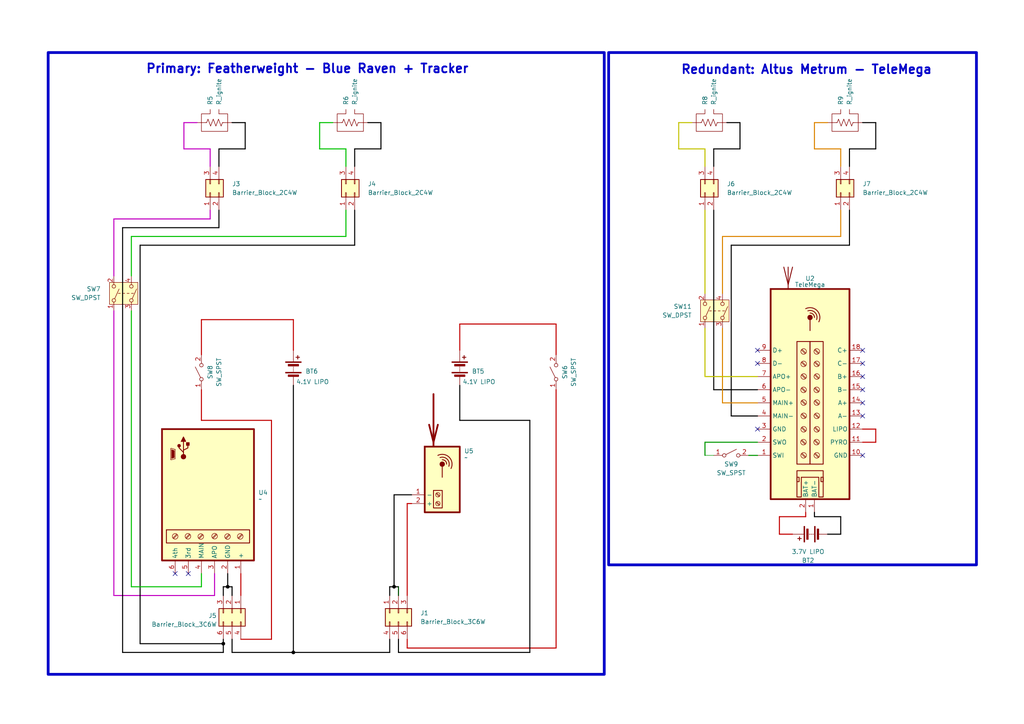
<source format=kicad_sch>
(kicad_sch (version 20250114) (generator "eeschema") (generator_version "9.0")
  (paper "A4")
  (title_block (title "Hyperion2 Avionics Bay Wiring") (date "2025-04-23") (rev "2") (company "WE Rocketry"))
  (lib_symbols
    (symbol "Connector_Generic:Conn_02x02_Top_Bottom" (pin_names (offset 1.016) (hide yes))
      (property "Reference" "J" (at 1.27 2.54 0))
      (property "Value" "Conn_02x02_Top_Bottom" (at 1.27 -5.08 0))
      (symbol "Conn_02x02_Top_Bottom_1_1"
        (rectangle (start -1.27 1.27) (end 3.81 -3.81) (stroke (width 0.254)) (fill (type background)))
        (rectangle (start -1.27 0.127) (end 0 -0.127) (stroke (width 0.1524)))
        (rectangle (start -1.27 -2.413) (end 0 -2.667) (stroke (width 0.1524)))
        (rectangle (start 3.81 0.127) (end 2.54 -0.127) (stroke (width 0.1524)))
        (rectangle (start 3.81 -2.413) (end 2.54 -2.667) (stroke (width 0.1524)))
        (pin passive line (at -5.08 0 0) (length 3.81) (name "Pin_1") (number "1"))
        (pin passive line (at -5.08 -2.54 0) (length 3.81) (name "Pin_2") (number "2"))
        (pin passive line (at 7.62 0 180) (length 3.81) (name "Pin_3") (number "3"))
        (pin passive line (at 7.62 -2.54 180) (length 3.81) (name "Pin_4") (number "4"))
      )
    )
    (symbol "Connector_Generic:Conn_02x03_Top_Bottom" (pin_names (offset 1.016) (hide yes))
      (property "Reference" "J" (at 1.27 5.08 0))
      (property "Value" "Conn_02x03_Top_Bottom" (at 1.27 -5.08 0))
      (symbol "Conn_02x03_Top_Bottom_1_1"
        (rectangle (start -1.27 3.81) (end 3.81 -3.81) (stroke (width 0.254)) (fill (type background)))
        (rectangle (start -1.27 2.667) (end 0 2.413) (stroke (width 0.1524)))
        (rectangle (start -1.27 0.127) (end 0 -0.127) (stroke (width 0.1524)))
        (rectangle (start -1.27 -2.413) (end 0 -2.667) (stroke (width 0.1524)))
        (rectangle (start 3.81 2.667) (end 2.54 2.413) (stroke (width 0.1524)))
        (rectangle (start 3.81 0.127) (end 2.54 -0.127) (stroke (width 0.1524)))
        (rectangle (start 3.81 -2.413) (end 2.54 -2.667) (stroke (width 0.1524)))
        (pin passive line (at -5.08 2.54 0) (length 3.81) (name "Pin_1") (number "1"))
        (pin passive line (at -5.08 0 0) (length 3.81) (name "Pin_2") (number "2"))
        (pin passive line (at -5.08 -2.54 0) (length 3.81) (name "Pin_3") (number "3"))
        (pin passive line (at 7.62 2.54 180) (length 3.81) (name "Pin_4") (number "4"))
        (pin passive line (at 7.62 0 180) (length 3.81) (name "Pin_5") (number "5"))
        (pin passive line (at 7.62 -2.54 180) (length 3.81) (name "Pin_6") (number "6"))
      )
    )
    (symbol "Device:Battery" (pin_numbers (hide yes)) (pin_names (offset 0) (hide yes))
      (property "Reference" "BT" (at 2.54 2.54 0))
      (property "Value" "Battery" (at 2.54 0 0))
      (symbol "Battery_0_1"
        (rectangle (start -2.286 1.778) (end 2.286 1.524) (fill (type outline)))
        (rectangle (start -2.286 -1.27) (end 2.286 -1.524) (fill (type outline)))
        (rectangle (start -1.524 1.016) (end 1.524 0.508) (fill (type outline)))
        (rectangle (start -1.524 -2.032) (end 1.524 -2.54) (fill (type outline)))
        (polyline (pts (xy 0 1.778) (xy 0 2.54)))
        (polyline (pts (xy 0 0) (xy 0 0.254)))
        (polyline (pts (xy 0 -0.508) (xy 0 -0.254)))
        (polyline (pts (xy 0 -1.016) (xy 0 -0.762)))
        (polyline (pts (xy 0.762 3.048) (xy 1.778 3.048)) (stroke (width 0.254)))
        (polyline (pts (xy 1.27 3.556) (xy 1.27 2.54)) (stroke (width 0.254)))
      )
      (symbol "Battery_1_1"
        (pin passive line (at 0 5.08 270) (length 2.54) (name "+") (number "1"))
        (pin passive line (at 0 -5.08 90) (length 2.54) (name "-") (number "2"))
      )
    )
    (symbol "Switch:SW_DPST" (pin_names (offset 0) (hide yes))
      (property "Reference" "SW" (at 0 6.35 0))
      (property "Value" "SW_DPST" (at 0 -5.08 0))
      (symbol "SW_DPST_0_0"
        (circle (center -2.032 2.54) (radius 0.508))
        (circle (center -2.032 -2.54) (radius 0.508))
        (polyline (pts (xy -1.524 2.794) (xy 1.27 4.064)))
        (polyline (pts (xy -1.524 -2.286) (xy 1.27 -1.016)))
        (polyline (pts (xy 0 2.54) (xy 0 3.175)))
        (polyline (pts (xy 0 1.27) (xy 0 1.905)))
        (polyline (pts (xy 0 0) (xy 0 0.635)))
        (polyline (pts (xy 0 -1.27) (xy 0 -0.635)))
        (circle (center 2.032 2.54) (radius 0.508))
        (circle (center 2.032 -2.54) (radius 0.508))
      )
      (symbol "SW_DPST_1_1"
        (rectangle (start -3.175 4.445) (end 3.175 -3.81) (fill (type background)))
        (pin passive line (at -5.08 2.54 0) (length 2.54) (name "3") (number "3"))
        (pin passive line (at -5.08 -2.54 0) (length 2.54) (name "1") (number "1"))
        (pin passive line (at 5.08 2.54 180) (length 2.54) (name "4") (number "4"))
        (pin passive line (at 5.08 -2.54 180) (length 2.54) (name "2") (number "2"))
      )
    )
    (symbol "Switch:SW_SPST" (pin_names (offset 0) (hide yes))
      (property "Reference" "SW" (at 0 3.175 0))
      (property "Value" "SW_SPST" (at 0 -2.54 0))
      (symbol "SW_SPST_0_0"
        (circle (center -2.032 0) (radius 0.508))
        (polyline (pts (xy -1.524 0.254) (xy 1.524 1.778)))
        (circle (center 2.032 0) (radius 0.508))
      )
      (symbol "SW_SPST_1_1"
        (pin passive line (at -5.08 0 0) (length 2.54) (name "A") (number "1"))
        (pin passive line (at 5.08 0 180) (length 2.54) (name "B") (number "2"))
      )
    )
    (symbol "featherweight:blue_raven"
      (property "Reference" "U" (at -2.032 15.494 0))
      (symbol "blue_raven_0_1"
        (polyline (pts (xy 11.43 11.43) (xy 11.43 11.176) (xy 11.684 10.414) (xy 11.684 10.16) (xy 14.478 10.16) (xy 14.478 10.414) (xy 14.732 11.176) (xy 14.732 11.43) (xy 11.43 11.43)))
        (polyline (pts (xy 11.811 11.176) (xy 14.351 11.176) (xy 14.097 10.414) (xy 12.065 10.414) (xy 11.811 11.176)) (fill (type outline)))
        (circle (center 12.319 7.747) (radius 0.635) (stroke (width 0.254)) (fill (type outline)))
        (polyline (pts (xy 12.954 7.747) (xy 13.589 7.747) (xy 14.859 9.017) (xy 15.494 9.017)) (stroke (width 0.254)))
        (polyline (pts (xy 13.589 7.747) (xy 14.224 7.747) (xy 14.859 6.477) (xy 16.129 6.477)) (stroke (width 0.254)))
        (polyline (pts (xy 14.224 7.747) (xy 16.764 7.747)) (stroke (width 0.254)))
        (circle (center 15.494 9.017) (radius 0.381) (stroke (width 0.254)) (fill (type outline)))
        (rectangle (start 16.383 6.858) (end 15.621 6.096) (stroke (width 0.254)) (fill (type outline)))
        (polyline (pts (xy 16.764 8.382) (xy 16.764 7.112) (xy 18.034 7.747) (xy 16.764 8.382)) (stroke (width 0.254)) (fill (type outline)))
      )
      (symbol "blue_raven_1_1"
        (rectangle (start -17.78 13.97) (end 20.32 -12.7) (stroke (width 0.508)) (fill (type background)))
        (rectangle (start -12.7 12.7) (end -8.89 -11.43) (stroke (width 0.254)) (fill (type background)))
        (circle (center -10.8364 2.7275) (radius 0.8072) (stroke (width 0.1524)))
        (circle (center -10.8364 -5.035) (radius 0.8072) (stroke (width 0.1524)))
        (circle (center -10.8032 -8.7173) (radius 0.8072) (stroke (width 0.1524)))
        (circle (center -10.7898 10.1567) (radius 0.8072) (stroke (width 0.1524)))
        (circle (center -10.77 6.4524) (radius 0.8072) (stroke (width 0.1524)))
        (circle (center -10.7364 -1.2821) (radius 0.8072) (stroke (width 0.1524)))
        (polyline (pts (xy -10.3702 2.103) (xy -11.4652 3.1631)) (stroke (width 0.1524)))
        (polyline (pts (xy -10.3702 -5.6595) (xy -11.4652 -4.5994)) (stroke (width 0.1524)))
        (polyline (pts (xy -10.337 -9.3418) (xy -11.432 -8.2817)) (stroke (width 0.1524)))
        (polyline (pts (xy -10.3236 9.5322) (xy -11.4186 10.5923)) (stroke (width 0.1524)))
        (polyline (pts (xy -10.3038 5.8279) (xy -11.3988 6.888)) (stroke (width 0.1524)))
        (polyline (pts (xy -10.2702 -1.9066) (xy -11.3652 -0.8465)) (stroke (width 0.1524)))
        (polyline (pts (xy -10.21 2.3126) (xy -11.305 3.3727)) (stroke (width 0.1524)))
        (polyline (pts (xy -10.21 -5.4499) (xy -11.305 -4.3898)) (stroke (width 0.1524)))
        (polyline (pts (xy -10.1768 -9.1322) (xy -11.2718 -8.0721)) (stroke (width 0.1524)))
        (polyline (pts (xy -10.1634 9.7418) (xy -11.2584 10.8019)) (stroke (width 0.1524)))
        (polyline (pts (xy -10.1436 6.0375) (xy -11.2386 7.0976)) (stroke (width 0.1524)))
        (polyline (pts (xy -10.11 -1.697) (xy -11.205 -0.6369)) (stroke (width 0.1524)))
        (pin power_in line (at -21.59 10.16 0) (length 3.81) (name "4th") (number "6"))
        (pin power_in line (at -21.59 6.35 0) (length 3.81) (name "3rd") (number "5"))
        (pin power_in line (at -21.59 2.54 0) (length 3.81) (name "MAIN") (number "4"))
        (pin power_in line (at -21.59 -1.27 0) (length 3.81) (name "APO") (number "3"))
        (pin power_in line (at -21.59 -5.08 0) (length 3.81) (name "GND") (number "2"))
        (pin power_in line (at -21.59 -8.89 0) (length 3.81) (name "+") (number "1"))
      )
    )
    (symbol "featherweight:tracker_gps"
      (property "Reference" "U" (at 0 13.97 0))
      (symbol "tracker_gps_0_1"
        (arc (start -1.2699 10.1601) (mid 2.0081 9.6281) (end 2.5401 6.3501) (stroke (width 0.254)))
        (circle (center 0.0001 7.6201) (radius 0.635) (stroke (width 0.254)) (fill (type outline)))
        (polyline (pts (xy 0.0001 6.9851) (xy 0.0001 3.8101)) (stroke (width 0.254)))
        (arc (start -0.6349 9.5251) (mid 1.4386 9.0586) (end 1.9051 6.9851) (stroke (width 0.254)))
        (arc (start 0.0001 8.8901) (mid 0.9109 8.5309) (end 1.2701 7.6201) (stroke (width 0.254)))
      )
      (symbol "tracker_gps_1_1"
        (rectangle (start -5.08 12.7) (end 5.08 -6.35) (stroke (width 0.508)) (fill (type background)))
        (polyline (pts (xy -2.54 27.94) (xy -2.54 12.7)) (stroke (width 0.508)))
        (polyline (pts (xy -1.27 19.05) (xy -2.54 13.97) (xy -3.81 19.05)) (stroke (width 0.508)))
        (circle (center -1.27 -1.27) (radius 0.635) (stroke (width 0.1524)))
        (circle (center -1.27 -3.81) (radius 0.635) (stroke (width 0.1524)))
        (polyline (pts (xy -0.9144 -1.778) (xy -1.778 -0.9398)) (stroke (width 0.1524)))
        (polyline (pts (xy -0.9144 -4.318) (xy -1.778 -3.4798)) (stroke (width 0.1524)))
        (polyline (pts (xy -0.7366 -1.6002) (xy -1.6002 -0.762)) (stroke (width 0.1524)))
        (polyline (pts (xy -0.7366 -4.1402) (xy -1.6002 -3.302)) (stroke (width 0.1524)))
        (rectangle (start 0 -5.08) (end -2.54 0) (stroke (width 0.254)) (fill (type background)))
        (pin power_in line (at -8.89 -1.27 0) (length 3.81) (name "-") (number "1"))
        (pin power_in line (at -8.89 -3.81 0) (length 3.81) (name "+") (number "2"))
      )
    )
    (symbol "recovery:R_Igniter" (pin_numbers (hide yes)) (pin_names (offset 0))
      (property "Reference" "R" (at 2.54 0 90))
      (property "Value" "R_ignite" (at -3.81 0 90))
      (symbol "R_Igniter_0_1"
        (polyline (pts (xy 0 2.54) (xy 0 3.81)))
        (polyline (pts (xy 0 2.286) (xy 0 2.54)))
        (polyline (pts (xy 0 2.286) (xy 1.016 1.905) (xy 0 1.524) (xy -1.016 1.143) (xy 0 0.762)))
        (polyline (pts (xy 0 0.762) (xy 1.016 0.381) (xy 0 0) (xy -1.016 -0.381) (xy 0 -0.762)))
        (polyline (pts (xy 0 -0.762) (xy 1.016 -1.143) (xy 0 -1.524) (xy -1.016 -1.905) (xy 0 -2.286)))
        (polyline (pts (xy 0 -2.286) (xy 0 -2.54)))
        (polyline (pts (xy 0 -2.54) (xy 0 -3.81)))
        (polyline (pts (xy 2.54 -1.27) (xy 3.81 -1.27)))
        (polyline (pts (xy 3.81 1.27) (xy 2.54 1.27) (xy 2.54 3.81) (xy -2.54 3.81) (xy -2.54 -3.81) (xy 2.54 -3.81) (xy 2.54 -1.27)))
      )
      (symbol "R_Igniter_1_1"
        (pin passive line (at 0 5.08 270) (length 1.27) (name "~") (number "1"))
        (pin passive line (at 0 -5.08 90) (length 1.27) (name "~") (number "2"))
      )
    )
    (symbol "telemega_1"
      (property "Reference" "U" (at -2.032 39.37 0))
      (symbol "telemega_1_0_1"
        (polyline (pts (xy -6.35 44.45) (xy -6.35 38.1)) (stroke (width 0.254)))
        (polyline (pts (xy -5.08 44.45) (xy -6.35 39.37) (xy -7.62 44.45)) (stroke (width 0.254)))
        (arc (start -1.27 32.385) (mid 2.008 31.853) (end 2.54 28.575) (stroke (width 0.254)))
        (circle (center 0 29.845) (radius 0.635) (stroke (width 0.254)) (fill (type outline)))
        (polyline (pts (xy 0 29.21) (xy 0 26.035)) (stroke (width 0.254)))
        (arc (start -0.635 31.75) (mid 1.4385 31.2835) (end 1.905 29.21) (stroke (width 0.254)))
        (arc (start 0 31.115) (mid 0.9108 30.7558) (end 1.27 29.845) (stroke (width 0.254)))
      )
      (symbol "telemega_1_1_1"
        (rectangle (start -11.43 38.1) (end 11.43 -22.86) (stroke (width 0.508)) (fill (type background)))
        (rectangle (start -3.81 22.86) (end 0 -12.7) (stroke (width 0.254)) (fill (type background)))
        (rectangle (start -3.81 -17.78) (end -3.175 -16.51) (stroke (width 0.254)))
        (polyline (pts (xy -2.54 -5.9093) (xy -1.445 -6.9694)) (stroke (width 0.1524)))
        (polyline (pts (xy -2.54 -16.51) (xy -2.54 -22.225) (xy -3.81 -22.225) (xy -3.81 -14.605) (xy 3.81 -14.605) (xy 3.81 -22.225) (xy 2.54 -22.225) (xy 2.54 -16.51) (xy -2.54 -16.51)) (stroke (width 0.254)) (fill (type background)))
        (polyline (pts (xy -2.5068 9.2604) (xy -1.4118 8.2003)) (stroke (width 0.1524)))
        (polyline (pts (xy -2.4902 -9.7359) (xy -1.3952 -10.796)) (stroke (width 0.1524)))
        (polyline (pts (xy -2.4875 20.393) (xy -1.3925 19.3329)) (stroke (width 0.1524)))
        (polyline (pts (xy -2.4875 16.7931) (xy -1.3925 15.733)) (stroke (width 0.1524)))
        (polyline (pts (xy -2.4736 5.5781) (xy -1.3786 4.518)) (stroke (width 0.1524)))
        (polyline (pts (xy -2.4736 1.7299) (xy -1.3786 0.6698)) (stroke (width 0.1524)))
        (polyline (pts (xy -2.4736 -2.1844) (xy -1.3786 -3.2445)) (stroke (width 0.1524)))
        (polyline (pts (xy -2.4665 13.1354) (xy -1.3715 12.0753)) (stroke (width 0.1524)))
        (polyline (pts (xy -2.3798 -5.6997) (xy -1.2848 -6.7598)) (stroke (width 0.1524)))
        (polyline (pts (xy -2.3466 9.47) (xy -1.2516 8.4099)) (stroke (width 0.1524)))
        (polyline (pts (xy -2.33 -9.5263) (xy -1.235 -10.5864)) (stroke (width 0.1524)))
        (polyline (pts (xy -2.3273 20.6026) (xy -1.2323 19.5425)) (stroke (width 0.1524)))
        (polyline (pts (xy -2.3273 17.0027) (xy -1.2323 15.9426)) (stroke (width 0.1524)))
        (polyline (pts (xy -2.3134 5.7877) (xy -1.2184 4.7276)) (stroke (width 0.1524)))
        (polyline (pts (xy -2.3134 1.9395) (xy -1.2184 0.8794)) (stroke (width 0.1524)))
        (polyline (pts (xy -2.3134 -1.9748) (xy -1.2184 -3.0349)) (stroke (width 0.1524)))
        (polyline (pts (xy -2.3063 13.345) (xy -1.2113 12.2849)) (stroke (width 0.1524)))
        (circle (center -1.9136 -6.3242) (radius 0.8072) (stroke (width 0.1524)))
        (circle (center -1.8804 8.8455) (radius 0.8072) (stroke (width 0.1524)))
        (circle (center -1.8638 -10.1508) (radius 0.8072) (stroke (width 0.1524)))
        (circle (center -1.8611 19.9781) (radius 0.8072) (stroke (width 0.1524)))
        (circle (center -1.8611 16.3782) (radius 0.8072) (stroke (width 0.1524)))
        (circle (center -1.8472 5.1632) (radius 0.8072) (stroke (width 0.1524)))
        (circle (center -1.8472 1.315) (radius 0.8072) (stroke (width 0.1524)))
        (circle (center -1.8472 -2.5993) (radius 0.8072) (stroke (width 0.1524)))
        (circle (center -1.8401 12.7205) (radius 0.8072) (stroke (width 0.1524)))
        (rectangle (start 0 22.86) (end 3.81 -12.7) (stroke (width 0.254)) (fill (type background)))
        (polyline (pts (xy 1.27 -5.9093) (xy 2.365 -6.9694)) (stroke (width 0.1524)))
        (polyline (pts (xy 1.3032 9.2604) (xy 2.3982 8.2003)) (stroke (width 0.1524)))
        (polyline (pts (xy 1.3198 -9.7359) (xy 2.4148 -10.796)) (stroke (width 0.1524)))
        (polyline (pts (xy 1.3225 20.393) (xy 2.4175 19.3329)) (stroke (width 0.1524)))
        (polyline (pts (xy 1.3225 16.7931) (xy 2.4175 15.733)) (stroke (width 0.1524)))
        (polyline (pts (xy 1.3364 5.5781) (xy 2.4314 4.518)) (stroke (width 0.1524)))
        (polyline (pts (xy 1.3364 1.7299) (xy 2.4314 0.6698)) (stroke (width 0.1524)))
        (polyline (pts (xy 1.3364 -2.1844) (xy 2.4314 -3.2445)) (stroke (width 0.1524)))
        (polyline (pts (xy 1.3435 13.1354) (xy 2.4385 12.0753)) (stroke (width 0.1524)))
        (polyline (pts (xy 1.4302 -5.6997) (xy 2.5252 -6.7598)) (stroke (width 0.1524)))
        (polyline (pts (xy 1.4634 9.47) (xy 2.5584 8.4099)) (stroke (width 0.1524)))
        (polyline (pts (xy 1.48 -9.5263) (xy 2.575 -10.5864)) (stroke (width 0.1524)))
        (polyline (pts (xy 1.4827 20.6026) (xy 2.5777 19.5425)) (stroke (width 0.1524)))
        (polyline (pts (xy 1.4827 17.0027) (xy 2.5777 15.9426)) (stroke (width 0.1524)))
        (polyline (pts (xy 1.4966 5.7877) (xy 2.5916 4.7276)) (stroke (width 0.1524)))
        (polyline (pts (xy 1.4966 1.9395) (xy 2.5916 0.8794)) (stroke (width 0.1524)))
        (polyline (pts (xy 1.4966 -1.9748) (xy 2.5916 -3.0349)) (stroke (width 0.1524)))
        (polyline (pts (xy 1.5037 13.345) (xy 2.5987 12.2849)) (stroke (width 0.1524)))
        (circle (center 1.8964 -6.3242) (radius 0.8072) (stroke (width 0.1524)))
        (circle (center 1.9296 8.8455) (radius 0.8072) (stroke (width 0.1524)))
        (circle (center 1.9462 -10.1508) (radius 0.8072) (stroke (width 0.1524)))
        (circle (center 1.9489 19.9781) (radius 0.8072) (stroke (width 0.1524)))
        (circle (center 1.9489 16.3782) (radius 0.8072) (stroke (width 0.1524)))
        (circle (center 1.9628 5.1632) (radius 0.8072) (stroke (width 0.1524)))
        (circle (center 1.9628 1.315) (radius 0.8072) (stroke (width 0.1524)))
        (circle (center 1.9628 -2.5993) (radius 0.8072) (stroke (width 0.1524)))
        (circle (center 1.9699 12.7205) (radius 0.8072) (stroke (width 0.1524)))
        (rectangle (start 3.175 -17.78) (end 3.81 -16.51) (stroke (width 0.254)))
        (pin power_out line (at -15.24 20.32 0) (length 3.81) (name "D+") (number "9"))
        (pin power_in line (at -15.24 16.51 0) (length 3.81) (name "D-") (number "8"))
        (pin power_out line (at -15.24 12.7 0) (length 3.81) (name "APO+") (number "7"))
        (pin power_in line (at -15.24 8.89 0) (length 3.81) (name "APO-") (number "6"))
        (pin power_in line (at -15.24 5.08 0) (length 3.81) (name "MAIN+") (number "5"))
        (pin power_out line (at -15.24 1.27 0) (length 3.81) (name "MAIN-") (number "4"))
        (pin power_in line (at -15.24 -2.54 0) (length 3.81) (name "GND") (number "3"))
        (pin input line (at -15.24 -6.35 0) (length 3.81) (name "SWO") (number "2"))
        (pin output line (at -15.24 -10.16 0) (length 3.81) (name "SWI") (number "1"))
        (pin power_in line (at -1.27 -26.67 90) (length 3.81) (name "BAT+") (number "2"))
        (pin power_in line (at 1.27 -26.67 90) (length 3.81) (name "BAT-") (number "1"))
        (pin power_out line (at 15.24 20.32 180) (length 3.81) (name "C+") (number "18"))
        (pin power_in line (at 15.24 16.51 180) (length 3.81) (name "C-") (number "17"))
        (pin power_out line (at 15.24 12.7 180) (length 3.81) (name "B+") (number "16"))
        (pin power_in line (at 15.24 8.89 180) (length 3.81) (name "B-") (number "15"))
        (pin power_out line (at 15.24 5.08 180) (length 3.81) (name "A+") (number "14"))
        (pin power_in line (at 15.24 1.27 180) (length 3.81) (name "A-") (number "13"))
        (pin power_out line (at 15.24 -2.54 180) (length 3.81) (name "LIPO") (number "12"))
        (pin power_in line (at 15.24 -6.35 180) (length 3.81) (name "PYRO") (number "11"))
        (pin power_in line (at 15.24 -10.16 180) (length 3.81) (name "GND") (number "10"))
      )
    )
  )
  (rectangle (start 13.97 15.24) (end 175.26 195.58) (stroke (width 0.8)))
  (rectangle (start 176.53 15.24) (end 283.21 163.83) (stroke (width 0.8)))
  (text "Primary: Featherweight - Blue Raven + Tracker" (at 89.154 20.066 0) (effects (font (size 2.54 2.54) (thickness 0.508) (bold yes))))
  (text "Redundant: Altus Metrum - TeleMega" (at 233.934 20.32 0) (effects (font (size 2.54 2.54) (thickness 0.508) (bold yes))))
  (junction (at 64.77 186.69) (color 0 0 0 1))
  (junction (at 66.04 170.18) (color 0 0 0 1))
  (junction (at 114.3 170.18) (color 0 0 0 1))
  (junction (at 85.09 189.23) (color 0 0 0 1))
  (no_connect (at 219.71 105.41))
  (no_connect (at 250.19 132.08))
  (no_connect (at 250.19 105.41))
  (no_connect (at 219.71 124.46))
  (no_connect (at 50.8 166.37))
  (no_connect (at 250.19 101.6))
  (no_connect (at 250.19 109.22))
  (no_connect (at 219.71 101.6))
  (no_connect (at 250.19 113.03))
  (no_connect (at 250.19 116.84))
  (no_connect (at 54.61 166.37))
  (no_connect (at 250.19 120.65))
  (wire (pts (xy 58.42 121.92) (xy 58.42 113.03)) (stroke (width 0.3) (color 194 0 0 1)))
  (wire (pts (xy 64.77 170.18) (xy 64.77 172.72)) (stroke (width 0.3) (color 0 0 0 1)))
  (wire (pts (xy 204.47 43.18) (xy 204.47 48.26)) (stroke (width 0.3) (color 194 194 0 1)))
  (wire (pts (xy 243.84 154.94) (xy 240.03 154.94)) (stroke (width 0.3) (color 0 0 0 1)))
  (wire (pts (xy 204.47 109.22) (xy 219.71 109.22)) (stroke (width 0.3) (color 194 194 0 1)))
  (wire (pts (xy 60.96 63.5) (xy 60.96 60.96)) (stroke (width 0.3) (color 194 0 194 1)))
  (wire (pts (xy 204.47 109.22) (xy 204.47 95.25)) (stroke (width 0.3) (color 194 194 0 1)))
  (wire (pts (xy 133.35 93.98) (xy 161.29 93.98)) (stroke (width 0.3) (color 194 0 0 1)))
  (wire (pts (xy 67.31 170.18) (xy 67.31 172.72)) (stroke (width 0.3) (color 0 0 0 1)))
  (wire (pts (xy 204.47 132.08) (xy 207.01 132.08)))
  (wire (pts (xy 226.06 149.86) (xy 233.68 149.86)) (stroke (width 0.3) (color 194 0 0 1)))
  (wire (pts (xy 212.09 71.12) (xy 246.38 71.12)) (stroke (width 0.3) (color 0 0 0 1)))
  (wire (pts (xy 78.74 185.42) (xy 69.85 185.42)) (stroke (width 0.3) (color 194 0 0 1)))
  (wire (pts (xy 58.42 170.18) (xy 38.1 170.18)) (stroke (width 0.3) (color 0 194 0 1)))
  (wire (pts (xy 217.17 132.08) (xy 219.71 132.08)) (stroke (width 0.3)))
  (wire (pts (xy 243.84 43.18) (xy 236.22 43.18)) (stroke (width 0.3) (color 221 133 0 1)))
  (wire (pts (xy 100.33 43.18) (xy 92.71 43.18)) (stroke (width 0.3) (color 0 194 0 1)))
  (wire (pts (xy 236.22 148.59) (xy 236.22 149.86)) (stroke (width 0.3) (color 0 0 0 1)))
  (wire (pts (xy 110.49 43.18) (xy 102.87 43.18)) (stroke (width 0.3) (color 0 0 0 1)))
  (wire (pts (xy 254 35.56) (xy 250.19 35.56)) (stroke (width 0.3) (color 0 0 0 1)))
  (wire (pts (xy 85.09 92.71) (xy 58.42 92.71)) (stroke (width 0.3) (color 194 0 0 1)))
  (wire (pts (xy 209.55 116.84) (xy 209.55 95.25)) (stroke (width 0.3) (color 221 133 0 1)))
  (wire (pts (xy 53.34 35.56) (xy 57.15 35.56)) (stroke (width 0.3) (color 194 0 194 1)))
  (wire (pts (xy 113.03 189.23) (xy 85.09 189.23)) (stroke (width 0.3) (color 0 0 0 1)))
  (wire (pts (xy 153.67 189.23) (xy 115.57 189.23)) (stroke (width 0.3) (color 0 0 0 1)))
  (wire (pts (xy 110.49 35.56) (xy 106.68 35.56)) (stroke (width 0.3) (color 0 0 0 1)))
  (wire (pts (xy 63.5 43.18) (xy 63.5 48.26)) (stroke (width 0.3) (color 0 0 0 1)))
  (wire (pts (xy 114.3 170.18) (xy 114.3 143.51)) (stroke (width 0.3) (color 0 0 0 1)))
  (wire (pts (xy 161.29 93.98) (xy 161.29 102.87)) (stroke (width 0.3) (color 194 0 0 1)))
  (wire (pts (xy 71.12 43.18) (xy 71.12 35.56)) (stroke (width 0.3) (color 0 0 0 1)))
  (wire (pts (xy 38.1 80.01) (xy 38.1 68.58)) (stroke (width 0.3) (color 0 194 0 1)))
  (wire (pts (xy 161.29 113.03) (xy 161.29 187.96)) (stroke (width 0.3) (color 194 0 0 1)))
  (wire (pts (xy 133.35 121.92) (xy 153.67 121.92)) (stroke (width 0.3) (color 0 0 0 1)))
  (wire (pts (xy 85.09 111.76) (xy 85.09 189.23)) (stroke (width 0.3) (color 0 0 0 1)))
  (wire (pts (xy 207.01 43.18) (xy 207.01 48.26)) (stroke (width 0.3) (color 0 0 0 1)))
  (wire (pts (xy 243.84 149.86) (xy 243.84 154.94)) (stroke (width 0.3) (color 0 0 0 1)))
  (wire (pts (xy 114.3 143.51) (xy 119.38 143.51)) (stroke (width 0.3) (color 0 0 0 1)))
  (wire (pts (xy 64.77 170.18) (xy 66.04 170.18)) (stroke (width 0.3) (color 0 0 0 1)))
  (wire (pts (xy 33.02 63.5) (xy 60.96 63.5)) (stroke (width 0.3) (color 194 0 194 1)))
  (wire (pts (xy 214.63 43.18) (xy 214.63 35.56)) (stroke (width 0.3) (color 0 0 0 1)))
  (wire (pts (xy 118.11 146.05) (xy 118.11 172.72)) (stroke (width 0.3) (color 194 0 0 1)))
  (wire (pts (xy 214.63 43.18) (xy 207.01 43.18)) (stroke (width 0.3) (color 0 0 0 1)))
  (wire (pts (xy 38.1 68.58) (xy 100.33 68.58)) (stroke (width 0.3) (color 0 194 0 1)))
  (wire (pts (xy 38.1 170.18) (xy 38.1 90.17)) (stroke (width 0.3) (color 0 194 0 1)))
  (wire (pts (xy 254 124.46) (xy 250.19 124.46)) (stroke (width 0.3) (color 194 0 0 1)))
  (wire (pts (xy 113.03 170.18) (xy 113.03 172.72)) (stroke (width 0.3) (color 0 0 0 1)))
  (wire (pts (xy 212.09 120.65) (xy 212.09 71.12)) (stroke (width 0.3) (color 0 0 0 1)))
  (wire (pts (xy 40.64 71.12) (xy 102.87 71.12)) (stroke (width 0.3) (color 0 0 0 1)))
  (wire (pts (xy 118.11 146.05) (xy 119.38 146.05)) (stroke (width 0.3) (color 194 0 0 1)))
  (wire (pts (xy 62.23 172.72) (xy 33.02 172.72)) (stroke (width 0.3) (color 194 0 194 1)))
  (wire (pts (xy 209.55 85.09) (xy 209.55 68.58)) (stroke (width 0.3) (color 221 133 0 1)))
  (wire (pts (xy 67.31 189.23) (xy 67.31 185.42)) (stroke (width 0.3) (color 0 0 0 1)))
  (wire (pts (xy 92.71 35.56) (xy 96.52 35.56)) (stroke (width 0.3) (color 0 194 0 1)))
  (wire (pts (xy 114.3 170.18) (xy 115.57 170.18)) (stroke (width 0.3) (color 0 0 0 1)))
  (wire (pts (xy 226.06 154.94) (xy 226.06 149.86)) (stroke (width 0.3) (color 194 0 0 1)))
  (wire (pts (xy 254 43.18) (xy 254 35.56)) (stroke (width 0.3) (color 0 0 0 1)))
  (wire (pts (xy 67.31 189.23) (xy 85.09 189.23)) (stroke (width 0.3) (color 0 0 0 1)))
  (wire (pts (xy 100.33 60.96) (xy 100.33 68.58)) (stroke (width 0.3) (color 0 194 0 1)))
  (wire (pts (xy 233.68 149.86) (xy 233.68 148.59)) (stroke (width 0.3) (color 194 0 0 1)))
  (wire (pts (xy 78.74 121.92) (xy 78.74 185.42)) (stroke (width 0.3) (color 194 0 0 1)))
  (wire (pts (xy 196.85 35.56) (xy 200.66 35.56)) (stroke (width 0.3) (color 194 194 0 1)))
  (wire (pts (xy 209.55 116.84) (xy 219.71 116.84)) (stroke (width 0.3) (color 221 133 0 1)))
  (wire (pts (xy 64.77 189.23) (xy 35.56 189.23)) (stroke (width 0.3) (color 0 0 0 1)))
  (wire (pts (xy 58.42 92.71) (xy 58.42 102.87)) (stroke (width 0.3) (color 194 0 0 1)))
  (wire (pts (xy 204.47 43.18) (xy 196.85 43.18)) (stroke (width 0.3) (color 194 194 0 1)))
  (wire (pts (xy 64.77 186.69) (xy 64.77 189.23)) (stroke (width 0.3) (color 0 0 0 1)))
  (wire (pts (xy 161.29 187.96) (xy 118.11 187.96)) (stroke (width 0.3) (color 194 0 0 1)))
  (wire (pts (xy 153.67 121.92) (xy 153.67 189.23)) (stroke (width 0.3) (color 0 0 0 1)))
  (wire (pts (xy 113.03 170.18) (xy 114.3 170.18)) (stroke (width 0.3) (color 0 0 0 1)))
  (wire (pts (xy 92.71 43.18) (xy 92.71 35.56)) (stroke (width 0.3) (color 0 194 0 1)))
  (wire (pts (xy 69.85 166.37) (xy 69.85 172.72)) (stroke (width 0.3) (color 194 0 0 1)))
  (wire (pts (xy 133.35 121.92) (xy 133.35 111.76)) (stroke (width 0.3) (color 0 0 0 1)))
  (wire (pts (xy 115.57 189.23) (xy 115.57 185.42)) (stroke (width 0.3) (color 0 0 0 1)))
  (wire (pts (xy 254 43.18) (xy 246.38 43.18)) (stroke (width 0.3) (color 0 0 0 1)))
  (wire (pts (xy 85.09 92.71) (xy 85.09 101.6)) (stroke (width 0.3) (color 194 0 0 1)))
  (wire (pts (xy 219.71 128.27) (xy 204.47 128.27)) (stroke (width 0.3)))
  (wire (pts (xy 236.22 43.18) (xy 236.22 35.56)) (stroke (width 0.3) (color 221 133 0 1)))
  (wire (pts (xy 62.23 166.37) (xy 62.23 172.72)) (stroke (width 0.3) (color 194 0 194 1)))
  (wire (pts (xy 40.64 186.69) (xy 64.77 186.69)) (stroke (width 0.3) (color 0 0 0 1)))
  (wire (pts (xy 60.96 43.18) (xy 60.96 48.26)) (stroke (width 0.3) (color 194 0 194 1)))
  (wire (pts (xy 207.01 113.03) (xy 219.71 113.03)) (stroke (width 0.3) (color 0 0 0 1)))
  (wire (pts (xy 250.19 128.27) (xy 254 128.27)) (stroke (width 0.3) (color 194 0 0 1)))
  (wire (pts (xy 71.12 35.56) (xy 67.31 35.56)) (stroke (width 0.3) (color 0 0 0 1)))
  (wire (pts (xy 243.84 43.18) (xy 243.84 48.26)) (stroke (width 0.3) (color 221 133 0 1)))
  (wire (pts (xy 246.38 43.18) (xy 246.38 48.26)) (stroke (width 0.3) (color 0 0 0 1)))
  (wire (pts (xy 115.57 170.18) (xy 115.57 172.72)) (stroke (width 0.3) (color 0 0 0 1)))
  (wire (pts (xy 229.87 154.94) (xy 226.06 154.94)) (stroke (width 0.3) (color 194 0 0 1)))
  (wire (pts (xy 209.55 68.58) (xy 243.84 68.58)) (stroke (width 0.3) (color 221 133 0 1)))
  (wire (pts (xy 115.57 170.18) (xy 115.57 172.72)))
  (wire (pts (xy 118.11 187.96) (xy 118.11 185.42)) (stroke (width 0.3) (color 194 0 0 1)))
  (wire (pts (xy 58.42 166.37) (xy 58.42 170.18)) (stroke (width 0.3) (color 0 194 0 1)))
  (wire (pts (xy 212.09 120.65) (xy 219.71 120.65)) (stroke (width 0.3) (color 0 0 0 1)))
  (wire (pts (xy 33.02 80.01) (xy 33.02 63.5)) (stroke (width 0.3) (color 194 0 194 1)))
  (wire (pts (xy 71.12 43.18) (xy 63.5 43.18)) (stroke (width 0.3) (color 0 0 0 1)))
  (wire (pts (xy 246.38 71.12) (xy 246.38 60.96)) (stroke (width 0.3) (color 0 0 0 1)))
  (wire (pts (xy 204.47 60.96) (xy 204.47 85.09)) (stroke (width 0.3) (color 194 194 0 1)))
  (wire (pts (xy 35.56 66.04) (xy 63.5 66.04)) (stroke (width 0.3) (color 0 0 0 1)))
  (wire (pts (xy 33.02 172.72) (xy 33.02 90.17)) (stroke (width 0.3) (color 194 0 194 1)))
  (wire (pts (xy 64.77 185.42) (xy 64.77 186.69)) (stroke (width 0.3) (color 0 0 0 1)))
  (wire (pts (xy 100.33 43.18) (xy 100.33 48.26)) (stroke (width 0.3) (color 0 194 0 1)))
  (wire (pts (xy 40.64 186.69) (xy 40.64 71.12)) (stroke (width 0.3) (color 0 0 0 1)))
  (wire (pts (xy 236.22 35.56) (xy 240.03 35.56)) (stroke (width 0.3) (color 221 133 0 1)))
  (wire (pts (xy 63.5 66.04) (xy 63.5 60.96)) (stroke (width 0.3) (color 0 0 0 1)))
  (wire (pts (xy 113.03 189.23) (xy 113.03 185.42)) (stroke (width 0.3) (color 0 0 0 1)))
  (wire (pts (xy 102.87 71.12) (xy 102.87 60.96)) (stroke (width 0.3) (color 0 0 0 1)))
  (wire (pts (xy 214.63 35.56) (xy 210.82 35.56)) (stroke (width 0.3) (color 0 0 0 1)))
  (wire (pts (xy 196.85 43.18) (xy 196.85 35.56)) (stroke (width 0.3) (color 194 194 0 1)))
  (wire (pts (xy 236.22 149.86) (xy 243.84 149.86)) (stroke (width 0.3) (color 0 0 0 1)))
  (wire (pts (xy 78.74 121.92) (xy 58.42 121.92)) (stroke (width 0.3) (color 194 0 0 1)))
  (wire (pts (xy 60.96 43.18) (xy 53.34 43.18)) (stroke (width 0.3) (color 194 0 194 1)))
  (wire (pts (xy 207.01 60.96) (xy 207.01 113.03)) (stroke (width 0.3) (color 0 0 0 1)))
  (wire (pts (xy 133.35 93.98) (xy 133.35 101.6)) (stroke (width 0.3) (color 194 0 0 1)))
  (wire (pts (xy 53.34 43.18) (xy 53.34 35.56)) (stroke (width 0.3) (color 194 0 194 1)))
  (wire (pts (xy 204.47 128.27) (xy 204.47 132.08)) (stroke (width 0.3)))
  (wire (pts (xy 35.56 189.23) (xy 35.56 66.04)) (stroke (width 0.3) (color 0 0 0 1)))
  (wire (pts (xy 254 128.27) (xy 254 124.46)) (stroke (width 0.3) (color 194 0 0 1)))
  (wire (pts (xy 110.49 43.18) (xy 110.49 35.56)) (stroke (width 0.3) (color 0 0 0 1)))
  (wire (pts (xy 102.87 43.18) (xy 102.87 48.26)) (stroke (width 0.3) (color 0 0 0 1)))
  (wire (pts (xy 243.84 60.96) (xy 243.84 68.58)) (stroke (width 0.3) (color 221 133 0 1)))
  (wire (pts (xy 66.04 170.18) (xy 67.31 170.18)) (stroke (width 0.3) (color 0 0 0 1)))
  (wire (pts (xy 66.04 170.18) (xy 66.04 166.37)) (stroke (width 0.3) (color 0 0 0 1)))
  (symbol (lib_id "Device:Battery") (at 133.35 106.68 0) (unit 1)
    (property "Reference" "BT5" (at 138.684 107.696 0))
    (property "Value" "4.1V LIPO" (at 138.938 110.744 0))
    (property "Description" "Multiple-cell battery" (effects (hide yes)))
  )
  (symbol (lib_id "Switch:SW_DPST") (at 35.56 85.09 270) (mirror x) (unit 1)
    (property "Reference" "SW7" (at 29.21 83.8199 90) (effects (justify right)))
    (property "Value" "SW_DPST" (at 29.21 86.3599 90) (effects (justify right)))
    (property "Description" "Double Pole Single Throw (DPST) Switch" (effects (hide yes)))
  )
  (symbol (lib_id "Connector_Generic:Conn_02x02_Top_Bottom") (at 100.33 55.88 90) (unit 1)
    (property "Reference" "J4" (at 106.68 53.3399 90) (effects (justify right)))
    (property "Value" "Barrier_Block_2C4W" (at 106.68 55.8799 90) (effects (justify right)))
    (property "Description" "Generic connector, double row, 02x02, top/bottom pin numbering scheme (row 1: 1...pins_per_row, row2: pins_per_row+1 ... num_pins), script generated (kicad-library-utils/schlib/autogen/connector/)" (effects (hide yes)))
  )
  (symbol (lib_id "Switch:SW_SPST") (at 212.09 132.08 0) (unit 1)
    (property "Reference" "SW9" (at 212.09 134.62 0))
    (property "Value" "SW_SPST" (at 212.09 137.16 0))
    (property "Description" "Single Pole Single Throw (SPST) switch" (effects (hide yes)))
  )
  (symbol (lib_id "Connector_Generic:Conn_02x02_Top_Bottom") (at 204.47 55.88 90) (unit 1)
    (property "Reference" "J6" (at 210.82 53.3399 90) (effects (justify right)))
    (property "Value" "Barrier_Block_2C4W" (at 210.82 55.8799 90) (effects (justify right)))
    (property "Description" "Generic connector, double row, 02x02, top/bottom pin numbering scheme (row 1: 1...pins_per_row, row2: pins_per_row+1 ... num_pins), script generated (kicad-library-utils/schlib/autogen/connector/)" (effects (hide yes)))
  )
  (symbol (lib_id "Connector_Generic:Conn_02x03_Top_Bottom") (at 67.31 177.8 270) (unit 1)
    (property "Reference" "J5" (at 60.452 178.562 90) (effects (justify left)))
    (property "Value" "Barrier_Block_3C6W" (at 43.942 181.102 90) (effects (justify left)))
    (property "Description" "Generic connector, double row, 02x03, top/bottom pin numbering scheme (row 1: 1...pins_per_row, row2: pins_per_row+1 ... num_pins), script generated (kicad-library-utils/schlib/autogen/connector/)" (effects (hide yes)))
  )
  (symbol (lib_id "recovery:R_Igniter") (at 245.11 35.56 90) (unit 1)
    (property "Reference" "R9" (at 243.8399 30.48 0) (effects (justify left)))
    (property "Value" "R_ignite" (at 246.3799 30.48 0) (effects (justify left)))
    (property "Description" "Resistor, Igniter" (effects (hide yes)))
  )
  (symbol (lib_id "Switch:SW_SPST") (at 58.42 107.95 90) (unit 1)
    (property "Reference" "SW8" (at 60.96 107.95 0))
    (property "Value" "SW_SPST" (at 63.5 107.95 0))
    (property "Description" "Single Pole Single Throw (SPST) switch" (effects (hide yes)))
  )
  (symbol (lib_id "Connector_Generic:Conn_02x02_Top_Bottom") (at 60.96 55.88 90) (unit 1)
    (property "Reference" "J3" (at 67.31 53.3399 90) (effects (justify right)))
    (property "Value" "Barrier_Block_2C4W" (at 67.31 55.8799 90) (effects (justify right)))
    (property "Description" "Generic connector, double row, 02x02, top/bottom pin numbering scheme (row 1: 1...pins_per_row, row2: pins_per_row+1 ... num_pins), script generated (kicad-library-utils/schlib/autogen/connector/)" (effects (hide yes)))
  )
  (symbol (lib_id "Switch:SW_DPST") (at 207.01 90.17 270) (mirror x) (unit 1)
    (property "Reference" "SW11" (at 200.66 88.8999 90) (effects (justify right)))
    (property "Value" "SW_DPST" (at 200.66 91.4399 90) (effects (justify right)))
    (property "Description" "Double Pole Single Throw (DPST) Switch" (effects (hide yes)))
  )
  (symbol (lib_id "featherweight:tracker_gps") (at 128.27 142.24 0) (unit 1)
    (property "Reference" "U5" (at 134.62 130.8099 0) (effects (justify left)))
    (property "Value" "~" (at 134.62 132.715 0) (effects (justify left)))
  )
  (symbol (lib_id "Device:Battery") (at 85.09 106.68 0) (unit 1)
    (property "Reference" "BT6" (at 90.424 107.696 0))
    (property "Value" "4.1V LIPO" (at 90.678 110.744 0))
    (property "Description" "Multiple-cell battery" (effects (hide yes)))
  )
  (symbol (lib_id "Device:Battery") (at 234.95 154.94 90) (mirror x) (unit 1)
    (property "Reference" "BT2" (at 234.3785 162.56 90))
    (property "Value" "3.7V LIPO" (at 234.3785 160.02 90))
    (property "Description" "Multiple-cell battery" (effects (hide yes)))
  )
  (symbol (lib_id "Connector_Generic:Conn_02x02_Top_Bottom") (at 243.84 55.88 90) (unit 1)
    (property "Reference" "J7" (at 250.19 53.3399 90) (effects (justify right)))
    (property "Value" "Barrier_Block_2C4W" (at 250.19 55.8799 90) (effects (justify right)))
    (property "Description" "Generic connector, double row, 02x02, top/bottom pin numbering scheme (row 1: 1...pins_per_row, row2: pins_per_row+1 ... num_pins), script generated (kicad-library-utils/schlib/autogen/connector/)" (effects (hide yes)))
  )
  (symbol (lib_id "recovery:R_Igniter") (at 62.23 35.56 90) (unit 1)
    (property "Reference" "R5" (at 60.9599 30.48 0) (effects (justify left)))
    (property "Value" "R_ignite" (at 63.4999 30.48 0) (effects (justify left)))
    (property "Description" "Resistor, Igniter" (effects (hide yes)))
  )
  (symbol (lib_id "Connector_Generic:Conn_02x03_Top_Bottom") (at 115.57 177.8 90) (mirror x) (unit 1)
    (property "Reference" "J1" (at 121.92 177.7999 90) (effects (justify right)))
    (property "Value" "Barrier_Block_3C6W" (at 121.92 180.3399 90) (effects (justify right)))
    (property "Description" "Generic connector, double row, 02x03, top/bottom pin numbering scheme (row 1: 1...pins_per_row, row2: pins_per_row+1 ... num_pins), script generated (kicad-library-utils/schlib/autogen/connector/)" (effects (hide yes)))
  )
  (symbol (lib_name "telemega_1") (lib_id "altusmetrum:telemega") (at 234.95 121.92 0) (unit 1)
    (property "Reference" "U2" (at 234.95 80.772 0))
    (property "Value" "TeleMega" (at 234.95 82.55 0))
  )
  (symbol (lib_id "recovery:R_Igniter") (at 101.6 35.56 90) (unit 1)
    (property "Reference" "R6" (at 100.3299 30.48 0) (effects (justify left)))
    (property "Value" "R_ignite" (at 102.8699 30.48 0) (effects (justify left)))
    (property "Description" "Resistor, Igniter" (effects (hide yes)))
  )
  (symbol (lib_id "Switch:SW_SPST") (at 161.29 107.95 90) (unit 1)
    (property "Reference" "SW6" (at 163.83 107.95 0))
    (property "Value" "SW_SPST" (at 166.37 107.95 0))
    (property "Description" "Single Pole Single Throw (SPST) switch" (effects (hide yes)))
  )
  (symbol (lib_id "recovery:R_Igniter") (at 205.74 35.56 90) (unit 1)
    (property "Reference" "R8" (at 204.4699 30.48 0) (effects (justify left)))
    (property "Value" "R_ignite" (at 207.0099 30.48 0) (effects (justify left)))
    (property "Description" "Resistor, Igniter" (effects (hide yes)))
  )
  (symbol (lib_id "featherweight:blue_raven") (at 60.96 144.78 90) (unit 1)
    (property "Reference" "U4" (at 74.93 142.8749 90) (effects (justify right)))
    (property "Value" "~" (at 74.93 144.78 90) (effects (justify right)))
  )
)
</source>
